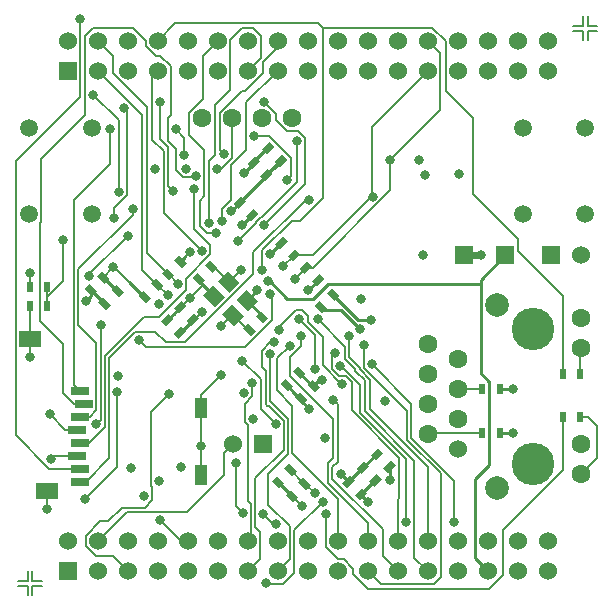
<source format=gbl>
G04 #@! TF.FileFunction,Copper,L4,Bot,Signal*
%FSLAX46Y46*%
G04 Gerber Fmt 4.6, Leading zero omitted, Abs format (unit mm)*
G04 Created by KiCad (PCBNEW 4.0.7) date 01/23/18 17:02:15*
%MOMM*%
%LPD*%
G01*
G04 APERTURE LIST*
%ADD10C,0.100000*%
%ADD11C,0.203200*%
%ADD12C,1.524000*%
%ADD13C,1.600000*%
%ADD14C,3.600000*%
%ADD15C,2.000000*%
%ADD16C,1.500000*%
%ADD17R,1.524000X1.524000*%
%ADD18R,0.600000X0.900000*%
%ADD19R,1.900000X1.400000*%
%ADD20R,1.500000X0.800000*%
%ADD21R,1.100000X1.800000*%
%ADD22R,1.500000X1.500000*%
%ADD23C,0.812800*%
%ADD24C,0.177800*%
%ADD25C,0.254000*%
%ADD26C,0.304800*%
%ADD27C,0.609600*%
G04 APERTURE END LIST*
D10*
D11*
X1296800Y1296800D02*
X484000Y1296800D01*
X1296800Y1296800D02*
X1296800Y484000D01*
X1703200Y1703200D02*
X1703200Y2516000D01*
X1703200Y1703200D02*
X2516000Y1703200D01*
X1703200Y1296800D02*
X1703200Y484000D01*
X1703200Y1296800D02*
X2516000Y1296800D01*
X1296800Y1703200D02*
X484000Y1703200D01*
X1296800Y1703200D02*
X1296800Y2516000D01*
X48296800Y48296800D02*
X47484000Y48296800D01*
X48296800Y48296800D02*
X48296800Y47484000D01*
X48703200Y48703200D02*
X48703200Y49516000D01*
X48703200Y48703200D02*
X49516000Y48703200D01*
X48703200Y48296800D02*
X48703200Y47484000D01*
X48703200Y48296800D02*
X49516000Y48296800D01*
X48296800Y48703200D02*
X47484000Y48703200D01*
X48296800Y48703200D02*
X48296800Y49516000D01*
D10*
G36*
X16724264Y28860660D02*
X17360660Y28224264D01*
X16936396Y27800000D01*
X16300000Y28436396D01*
X16724264Y28860660D01*
X16724264Y28860660D01*
G37*
G36*
X15663604Y27800000D02*
X16300000Y27163604D01*
X15875736Y26739340D01*
X15239340Y27375736D01*
X15663604Y27800000D01*
X15663604Y27800000D01*
G37*
G36*
X20175736Y22439340D02*
X19539340Y23075736D01*
X19963604Y23500000D01*
X20600000Y22863604D01*
X20175736Y22439340D01*
X20175736Y22439340D01*
G37*
G36*
X21236396Y23500000D02*
X20600000Y24136396D01*
X21024264Y24560660D01*
X21660660Y23924264D01*
X21236396Y23500000D01*
X21236396Y23500000D01*
G37*
D12*
X37700000Y12900000D03*
D13*
X35160000Y14170000D03*
X37700000Y15440000D03*
X35160000Y16710000D03*
X37700000Y17980000D03*
X35160000Y19250000D03*
X37700000Y20520000D03*
X35160000Y21790000D03*
X48110000Y10720000D03*
X48110000Y13260000D03*
X48110000Y21430000D03*
X48110000Y23970000D03*
D14*
X44050000Y11630000D03*
X44050000Y23060000D03*
D15*
X41000000Y9600000D03*
X41000000Y25090000D03*
D16*
X43200000Y32750000D03*
X43200000Y40050000D03*
X48500000Y32750000D03*
X48500000Y40050000D03*
X6700000Y40050000D03*
X6700000Y32750000D03*
X1400000Y40050000D03*
X1400000Y32750000D03*
D10*
G36*
X17384014Y27071842D02*
X18228158Y27915986D01*
X19215986Y26928158D01*
X18371842Y26084014D01*
X17384014Y27071842D01*
X17384014Y27071842D01*
G37*
G36*
X18946579Y25509277D02*
X19790723Y26353421D01*
X20778551Y25365593D01*
X19934407Y24521449D01*
X18946579Y25509277D01*
X18946579Y25509277D01*
G37*
G36*
X17743224Y24305923D02*
X18587368Y25150067D01*
X19575196Y24162239D01*
X18731052Y23318095D01*
X17743224Y24305923D01*
X17743224Y24305923D01*
G37*
G36*
X16180660Y25868488D02*
X17024804Y26712632D01*
X18012632Y25724804D01*
X17168488Y24880660D01*
X16180660Y25868488D01*
X16180660Y25868488D01*
G37*
D12*
X4700000Y5040000D03*
D17*
X4700000Y2500000D03*
D12*
X7240000Y5040000D03*
X7240000Y2500000D03*
X9780000Y5040000D03*
X9780000Y2500000D03*
X12320000Y5040000D03*
X12320000Y2500000D03*
X14860000Y5040000D03*
X14860000Y2500000D03*
X17400000Y5040000D03*
X17400000Y2500000D03*
X19940000Y5040000D03*
X19940000Y2500000D03*
X22480000Y5040000D03*
X22480000Y2500000D03*
X25020000Y5040000D03*
X25020000Y2500000D03*
X27560000Y5040000D03*
X27560000Y2500000D03*
X30100000Y5040000D03*
X30100000Y2500000D03*
X32640000Y5040000D03*
X32640000Y2500000D03*
X35180000Y5040000D03*
X35180000Y2500000D03*
X37720000Y5040000D03*
X37720000Y2500000D03*
X40260000Y5040000D03*
X40260000Y2500000D03*
X42800000Y5040000D03*
X42800000Y2500000D03*
X45340000Y5040000D03*
X45340000Y2500000D03*
X4700000Y47440000D03*
D17*
X4700000Y44900000D03*
D12*
X7240000Y47440000D03*
X7240000Y44900000D03*
X9780000Y47440000D03*
X9780000Y44900000D03*
X12320000Y47440000D03*
X12320000Y44900000D03*
X14860000Y47440000D03*
X14860000Y44900000D03*
X17400000Y47440000D03*
X17400000Y44900000D03*
X19940000Y47440000D03*
X19940000Y44900000D03*
X22480000Y47440000D03*
X22480000Y44900000D03*
X25020000Y47440000D03*
X25020000Y44900000D03*
X27560000Y47440000D03*
X27560000Y44900000D03*
X30100000Y47440000D03*
X30100000Y44900000D03*
X32640000Y47440000D03*
X32640000Y44900000D03*
X35180000Y47440000D03*
X35180000Y44900000D03*
X37720000Y47440000D03*
X37720000Y44900000D03*
X40260000Y47440000D03*
X40260000Y44900000D03*
X42800000Y47440000D03*
X42800000Y44900000D03*
X45340000Y47440000D03*
X45340000Y44900000D03*
D18*
X39750000Y14200000D03*
X41250000Y14200000D03*
D10*
G36*
X24624264Y10460660D02*
X25260660Y9824264D01*
X24836396Y9400000D01*
X24200000Y10036396D01*
X24624264Y10460660D01*
X24624264Y10460660D01*
G37*
G36*
X23563604Y9400000D02*
X24200000Y8763604D01*
X23775736Y8339340D01*
X23139340Y8975736D01*
X23563604Y9400000D01*
X23563604Y9400000D01*
G37*
G36*
X23424264Y11660660D02*
X24060660Y11024264D01*
X23636396Y10600000D01*
X23000000Y11236396D01*
X23424264Y11660660D01*
X23424264Y11660660D01*
G37*
G36*
X22363604Y10600000D02*
X23000000Y9963604D01*
X22575736Y9539340D01*
X21939340Y10175736D01*
X22363604Y10600000D01*
X22363604Y10600000D01*
G37*
D18*
X39750000Y17950000D03*
X41250000Y17950000D03*
D10*
G36*
X29139340Y11174264D02*
X29775736Y11810660D01*
X30200000Y11386396D01*
X29563604Y10750000D01*
X29139340Y11174264D01*
X29139340Y11174264D01*
G37*
G36*
X30200000Y10113604D02*
X30836396Y10750000D01*
X31260660Y10325736D01*
X30624264Y9689340D01*
X30200000Y10113604D01*
X30200000Y10113604D01*
G37*
G36*
X27939340Y10024264D02*
X28575736Y10660660D01*
X29000000Y10236396D01*
X28363604Y9600000D01*
X27939340Y10024264D01*
X27939340Y10024264D01*
G37*
G36*
X29000000Y8963604D02*
X29636396Y9600000D01*
X30060660Y9175736D01*
X29424264Y8539340D01*
X29000000Y8963604D01*
X29000000Y8963604D01*
G37*
G36*
X14710660Y22825736D02*
X14074264Y22189340D01*
X13650000Y22613604D01*
X14286396Y23250000D01*
X14710660Y22825736D01*
X14710660Y22825736D01*
G37*
G36*
X13650000Y23886396D02*
X13013604Y23250000D01*
X12589340Y23674264D01*
X13225736Y24310660D01*
X13650000Y23886396D01*
X13650000Y23886396D01*
G37*
G36*
X19939340Y37024264D02*
X20575736Y37660660D01*
X21000000Y37236396D01*
X20363604Y36600000D01*
X19939340Y37024264D01*
X19939340Y37024264D01*
G37*
G36*
X21000000Y35963604D02*
X21636396Y36600000D01*
X22060660Y36175736D01*
X21424264Y35539340D01*
X21000000Y35963604D01*
X21000000Y35963604D01*
G37*
G36*
X7574264Y27910660D02*
X8210660Y27274264D01*
X7786396Y26850000D01*
X7150000Y27486396D01*
X7574264Y27910660D01*
X7574264Y27910660D01*
G37*
G36*
X6513604Y26850000D02*
X7150000Y26213604D01*
X6725736Y25789340D01*
X6089340Y26425736D01*
X6513604Y26850000D01*
X6513604Y26850000D01*
G37*
G36*
X24525736Y16589340D02*
X23889340Y17225736D01*
X24313604Y17650000D01*
X24950000Y17013604D01*
X24525736Y16589340D01*
X24525736Y16589340D01*
G37*
G36*
X25586396Y17650000D02*
X24950000Y18286396D01*
X25374264Y18710660D01*
X26010660Y18074264D01*
X25586396Y17650000D01*
X25586396Y17650000D01*
G37*
G36*
X15810660Y23925736D02*
X15174264Y23289340D01*
X14750000Y23713604D01*
X15386396Y24350000D01*
X15810660Y23925736D01*
X15810660Y23925736D01*
G37*
G36*
X14750000Y24986396D02*
X14113604Y24350000D01*
X13689340Y24774264D01*
X14325736Y25410660D01*
X14750000Y24986396D01*
X14750000Y24986396D01*
G37*
G36*
X21139340Y38224264D02*
X21775736Y38860660D01*
X22200000Y38436396D01*
X21563604Y37800000D01*
X21139340Y38224264D01*
X21139340Y38224264D01*
G37*
G36*
X22200000Y37163604D02*
X22836396Y37800000D01*
X23260660Y37375736D01*
X22624264Y36739340D01*
X22200000Y37163604D01*
X22200000Y37163604D01*
G37*
G36*
X8774264Y26760660D02*
X9410660Y26124264D01*
X8986396Y25700000D01*
X8350000Y26336396D01*
X8774264Y26760660D01*
X8774264Y26760660D01*
G37*
G36*
X7713604Y25700000D02*
X8350000Y25063604D01*
X7925736Y24639340D01*
X7289340Y25275736D01*
X7713604Y25700000D01*
X7713604Y25700000D01*
G37*
G36*
X23325736Y17739340D02*
X22689340Y18375736D01*
X23113604Y18800000D01*
X23750000Y18163604D01*
X23325736Y17739340D01*
X23325736Y17739340D01*
G37*
G36*
X24386396Y18800000D02*
X23750000Y19436396D01*
X24174264Y19860660D01*
X24810660Y19224264D01*
X24386396Y18800000D01*
X24386396Y18800000D01*
G37*
G36*
X26175736Y24339340D02*
X25539340Y24975736D01*
X25963604Y25400000D01*
X26600000Y24763604D01*
X26175736Y24339340D01*
X26175736Y24339340D01*
G37*
G36*
X27236396Y25400000D02*
X26600000Y26036396D01*
X27024264Y26460660D01*
X27660660Y25824264D01*
X27236396Y25400000D01*
X27236396Y25400000D01*
G37*
G36*
X20860660Y32775736D02*
X20224264Y32139340D01*
X19800000Y32563604D01*
X20436396Y33200000D01*
X20860660Y32775736D01*
X20860660Y32775736D01*
G37*
G36*
X19800000Y33836396D02*
X19163604Y33200000D01*
X18739340Y33624264D01*
X19375736Y34260660D01*
X19800000Y33836396D01*
X19800000Y33836396D01*
G37*
G36*
X32460660Y11475736D02*
X31824264Y10839340D01*
X31400000Y11263604D01*
X32036396Y11900000D01*
X32460660Y11475736D01*
X32460660Y11475736D01*
G37*
G36*
X31400000Y12536396D02*
X30763604Y11900000D01*
X30339340Y12324264D01*
X30975736Y12960660D01*
X31400000Y12536396D01*
X31400000Y12536396D01*
G37*
D12*
X18660000Y13250000D03*
D17*
X21200000Y13250000D03*
D12*
X48140000Y29300000D03*
D17*
X45600000Y29300000D03*
D18*
X46600000Y15600000D03*
X48100000Y15600000D03*
X46600000Y19200000D03*
X48100000Y19200000D03*
D13*
X23700000Y40850000D03*
X21160000Y40850000D03*
X18620000Y40850000D03*
X16080000Y40850000D03*
D19*
X2900000Y9300000D03*
X1500000Y22200000D03*
D20*
X5700000Y10100000D03*
X5700000Y11200000D03*
X5500000Y12300000D03*
X5700000Y13400000D03*
X5500000Y14500000D03*
X5700000Y15600000D03*
X6100000Y16700000D03*
X5700000Y17800000D03*
D21*
X16000000Y10650000D03*
X16000000Y16350000D03*
D18*
X2950000Y24950000D03*
X1450000Y24950000D03*
D10*
G36*
X12124264Y27310660D02*
X12760660Y26674264D01*
X12336396Y26250000D01*
X11700000Y26886396D01*
X12124264Y27310660D01*
X12124264Y27310660D01*
G37*
G36*
X11063604Y26250000D02*
X11700000Y25613604D01*
X11275736Y25189340D01*
X10639340Y25825736D01*
X11063604Y26250000D01*
X11063604Y26250000D01*
G37*
G36*
X13275736Y27139340D02*
X12639340Y27775736D01*
X13063604Y28200000D01*
X13700000Y27563604D01*
X13275736Y27139340D01*
X13275736Y27139340D01*
G37*
G36*
X14336396Y28200000D02*
X13700000Y28836396D01*
X14124264Y29260660D01*
X14760660Y28624264D01*
X14336396Y28200000D01*
X14336396Y28200000D01*
G37*
G36*
X24360660Y29375736D02*
X23724264Y28739340D01*
X23300000Y29163604D01*
X23936396Y29800000D01*
X24360660Y29375736D01*
X24360660Y29375736D01*
G37*
G36*
X23300000Y30436396D02*
X22663604Y29800000D01*
X22239340Y30224264D01*
X22875736Y30860660D01*
X23300000Y30436396D01*
X23300000Y30436396D01*
G37*
G36*
X24339340Y28124264D02*
X24975736Y28760660D01*
X25400000Y28336396D01*
X24763604Y27700000D01*
X24339340Y28124264D01*
X24339340Y28124264D01*
G37*
G36*
X25400000Y27063604D02*
X26036396Y27700000D01*
X26460660Y27275736D01*
X25824264Y26639340D01*
X25400000Y27063604D01*
X25400000Y27063604D01*
G37*
D18*
X1450000Y26600000D03*
X2950000Y26600000D03*
D22*
X38250000Y29300000D03*
X41750000Y29300000D03*
D23*
X2900000Y7750000D03*
X3250000Y12050000D03*
X1450000Y20650000D03*
X12450000Y25100000D03*
X15050000Y25650000D03*
X16000000Y13150000D03*
X17700000Y19150000D03*
X10050000Y11250000D03*
X24550000Y8000000D03*
X26500000Y13800000D03*
X42350000Y17950000D03*
X42350000Y14200000D03*
X34950000Y36100000D03*
X8950000Y19050000D03*
X30400000Y23800000D03*
X18500000Y33000000D03*
X14700000Y36600000D03*
X34800000Y29300000D03*
X20714300Y26289100D03*
X31563200Y16947400D03*
X26232300Y18720700D03*
X30147000Y8361000D03*
X6250700Y25415400D03*
X20348200Y15416200D03*
X19350000Y28050000D03*
X17650000Y23250000D03*
X23291400Y35651400D03*
X20475100Y39390300D03*
X21312000Y31826600D03*
X21262200Y42257200D03*
X12535000Y42257200D03*
X13636300Y34707500D03*
X25104800Y33913300D03*
X5729100Y49293300D03*
X15364200Y34838200D03*
X10179600Y33178700D03*
X15572300Y35996500D03*
X8273300Y39917100D03*
X13843200Y39917100D03*
X14563800Y37785300D03*
X17316600Y36542100D03*
X7120000Y14963400D03*
X7473100Y23339300D03*
X6158400Y8661600D03*
X8864300Y17655200D03*
X13258900Y17497000D03*
X12493000Y6862700D03*
X20300000Y18471600D03*
X19529600Y7482200D03*
X18941000Y11643400D03*
X22145300Y21910300D03*
X6509200Y27549200D03*
X9756300Y30933300D03*
X21803200Y20919200D03*
X23469600Y21622200D03*
X37432600Y6686600D03*
X30421400Y20028600D03*
X24449300Y22433500D03*
X33348800Y6712600D03*
X27765300Y19919400D03*
X29748000Y21704100D03*
X25834400Y23836900D03*
X27182800Y16991400D03*
X28492300Y22403900D03*
X14050000Y26850000D03*
X13150000Y25900000D03*
X21162600Y28026900D03*
X21840600Y26016800D03*
X10715500Y22082800D03*
X16062000Y29594800D03*
X9425900Y41760200D03*
X8643600Y32443100D03*
X17206400Y31161000D03*
X24061000Y38913800D03*
X19066800Y30441600D03*
X6838600Y42866500D03*
X9012300Y34645000D03*
X16609800Y31970500D03*
X17950600Y37812200D03*
X17726500Y32158200D03*
X23900000Y27300000D03*
X32004400Y37363200D03*
X22950000Y28350000D03*
X30490500Y34198300D03*
X25620500Y19603800D03*
X24250100Y23899800D03*
X22298500Y14975500D03*
X19458900Y20320600D03*
X22582800Y22960500D03*
X27927300Y18380700D03*
X21242700Y7325300D03*
X22351200Y6529100D03*
X21624500Y27046600D03*
X29400000Y23000000D03*
X19400000Y31800000D03*
X25600000Y9100000D03*
X27800000Y10750000D03*
X1450000Y27750000D03*
X3150000Y15800000D03*
X15050000Y29550000D03*
X8550000Y28250000D03*
X16050000Y24500000D03*
X14250000Y11350000D03*
X11150000Y8850000D03*
X12450000Y10150000D03*
X37800000Y36150000D03*
X21850000Y29400000D03*
X25050000Y26300000D03*
X29500000Y25600000D03*
X19600000Y36200000D03*
X12100000Y36600000D03*
X39700000Y29300000D03*
X25119200Y16282900D03*
X19587000Y17573300D03*
X34430500Y37375700D03*
X31930300Y10226500D03*
X26531000Y7401900D03*
X21461400Y1542100D03*
X26300000Y8396300D03*
X4306000Y30550000D03*
X27357100Y21030700D03*
D24*
X1450000Y22250000D02*
X1500000Y22200000D01*
X1450000Y24950000D02*
X1450000Y22250000D01*
X2900000Y9300000D02*
X2900000Y7750000D01*
X3500000Y12300000D02*
X3250000Y12050000D01*
X5500000Y12300000D02*
X3500000Y12300000D01*
X1500000Y20700000D02*
X1500000Y22200000D01*
X1450000Y20650000D02*
X1500000Y20700000D01*
X14280300Y24880000D02*
X14219700Y24880000D01*
X15050000Y25650000D02*
X14280300Y24880000D01*
X16000000Y17450000D02*
X16000000Y16350000D01*
X17700000Y19150000D02*
X16000000Y17450000D01*
X23680300Y8870000D02*
X24550000Y8000000D01*
X23669700Y8870000D02*
X23680300Y8870000D01*
D25*
X41250000Y17950000D02*
X42350000Y17950000D01*
X41250000Y14200000D02*
X42350000Y14200000D01*
X19269700Y33730000D02*
X19269700Y33730300D01*
X19230300Y33730000D02*
X19269700Y33730000D01*
X18500000Y33000000D02*
X19230300Y33730000D01*
X19269700Y33809000D02*
X21530300Y36070000D01*
X19269700Y33730300D02*
X19269700Y33809000D01*
X21130300Y24030000D02*
X21130300Y24030300D01*
X15769700Y27270000D02*
X15769700Y27269700D01*
D24*
X16000000Y16350000D02*
X16000000Y13150000D01*
X16000000Y13150000D02*
X16000000Y10650000D01*
D25*
X15769700Y27124000D02*
X16146300Y26746700D01*
X15769700Y27269700D02*
X15769700Y27124000D01*
D24*
X15050000Y25650000D02*
X16146300Y26746700D01*
X16150000Y26750000D02*
X16150000Y26743000D01*
X16146600Y26747000D02*
X16150000Y26750000D01*
X16146300Y26746700D02*
X16146600Y26747000D01*
D25*
X16146300Y26746700D02*
X16150000Y26743000D01*
X19871300Y25428700D02*
X19871300Y25428300D01*
X19862600Y25437400D02*
X19871300Y25428700D01*
X21130300Y24170000D02*
X19871300Y25428300D01*
X21130300Y24030300D02*
X21130300Y24170000D01*
X19871300Y25428300D02*
X19862600Y25437000D01*
X6619700Y26319700D02*
X6619700Y26320000D01*
X25480300Y18180300D02*
X25480300Y18180000D01*
X30730300Y10219700D02*
X30730300Y10220000D01*
X16150000Y26743000D02*
X16623300Y26270000D01*
X16623300Y26270000D02*
X17096600Y25797000D01*
X17096600Y25796700D02*
X17096600Y25796600D01*
X16623300Y26270000D02*
X17096600Y25796700D01*
X20714300Y26289100D02*
X19862600Y25437400D01*
X27130300Y25930000D02*
X27130600Y25930000D01*
X29300000Y23800000D02*
X30400000Y23800000D01*
X27169700Y25930000D02*
X29300000Y23800000D01*
X27130600Y25930000D02*
X27169700Y25930000D01*
X27130600Y25930000D02*
X27130300Y25930300D01*
X24280300Y19330000D02*
X24280300Y19330300D01*
X6669700Y26320000D02*
X7819700Y25170000D01*
X6619700Y26320000D02*
X6669700Y26320000D01*
X7819700Y25170000D02*
X7819700Y25169700D01*
D26*
X22730300Y37270000D02*
X22130300Y36670000D01*
D25*
X22130600Y36670000D02*
X22730300Y37269700D01*
X22130300Y36670000D02*
X22130600Y36670000D01*
X14219700Y24880000D02*
X14219700Y24880300D01*
X25971000Y18720700D02*
X25430300Y18180000D01*
X26232300Y18720700D02*
X25971000Y18720700D01*
X25480300Y18180000D02*
X25430300Y18180000D01*
X25430300Y18180000D02*
X24280300Y19330000D01*
D26*
X22130300Y36670000D02*
X21530300Y36070000D01*
D25*
X21530300Y36070000D02*
X21530300Y36069700D01*
X14219700Y24880000D02*
X13669700Y24330000D01*
X13669700Y24330000D02*
X13119700Y23780000D01*
X13669400Y24330000D02*
X13119700Y23780300D01*
X13669700Y24330000D02*
X13669400Y24330000D01*
X30680300Y10220000D02*
X29530300Y9070000D01*
X30730300Y10220000D02*
X30680300Y10220000D01*
X29530300Y9070000D02*
X29530300Y9069700D01*
X22469700Y10070000D02*
X23069700Y9470000D01*
X23069400Y9470000D02*
X22469700Y10069700D01*
X23069700Y9470000D02*
X23069400Y9470000D01*
X23069700Y9470000D02*
X23669700Y8870000D01*
X23669700Y8870000D02*
X23669700Y8869700D01*
X6619700Y25784400D02*
X6619700Y26319700D01*
X6250700Y25415400D02*
X6619700Y25784400D01*
X29530300Y8977700D02*
X30147000Y8361000D01*
X29530300Y9069700D02*
X29530300Y8977700D01*
D24*
X19350000Y28050000D02*
X18300000Y27000000D01*
X16830300Y28330000D02*
X16830600Y28330000D01*
X16969700Y28330000D02*
X18300000Y27000000D01*
X16830600Y28330000D02*
X16969700Y28330000D01*
X16830600Y28330000D02*
X16830300Y28330300D01*
X18634100Y24234000D02*
X17650000Y23250000D01*
X18659200Y24234000D02*
X18634100Y24234000D01*
X19291400Y23602000D02*
X18659200Y24234000D01*
X19291300Y23602000D02*
X18659200Y24234100D01*
X19291400Y23602000D02*
X19291300Y23602000D01*
X20069700Y22970000D02*
X20069400Y22970000D01*
X19923600Y22970000D02*
X19291400Y23602000D01*
X20069400Y22970000D02*
X19923600Y22970000D01*
X20069400Y22970000D02*
X20069700Y22969700D01*
X23580200Y35940200D02*
X23291400Y35651400D01*
X23580200Y37510200D02*
X23580200Y35940200D01*
X21700100Y39390300D02*
X23580200Y37510200D01*
X20475100Y39390300D02*
X21700100Y39390300D01*
X22304100Y41215300D02*
X21262200Y42257200D01*
X22304100Y40728200D02*
X22304100Y41215300D01*
X23249400Y39782900D02*
X22304100Y40728200D01*
X24144900Y39782900D02*
X23249400Y39782900D01*
X24768000Y39159800D02*
X24144900Y39782900D01*
X24768000Y35282600D02*
X24768000Y39159800D01*
X21312000Y31826600D02*
X24768000Y35282600D01*
X12535000Y39075200D02*
X12535000Y42257200D01*
X13169800Y38440400D02*
X12535000Y39075200D01*
X13169800Y35174000D02*
X13169800Y38440400D01*
X13636300Y34707500D02*
X13169800Y35174000D01*
X24821700Y33913300D02*
X25104800Y33913300D01*
X20411100Y29502700D02*
X24821700Y33913300D01*
X20411100Y27672900D02*
X20411100Y29502700D01*
X14622200Y21884000D02*
X20411100Y27672900D01*
X13000200Y21884000D02*
X14622200Y21884000D01*
X12098600Y22785600D02*
X13000200Y21884000D01*
X10422700Y22785600D02*
X12098600Y22785600D01*
X8190800Y20553700D02*
X10422700Y22785600D01*
X8190800Y12082200D02*
X8190800Y20553700D01*
X6208600Y10100000D02*
X8190800Y12082200D01*
X5700000Y10100000D02*
X6208600Y10100000D01*
X5729100Y42709500D02*
X5729100Y49293300D01*
X277100Y37257500D02*
X5729100Y42709500D01*
X277100Y14052200D02*
X277100Y37257500D01*
X3129300Y11200000D02*
X277100Y14052200D01*
X5700000Y11200000D02*
X3129300Y11200000D01*
X15364200Y31529900D02*
X15364200Y34838200D01*
X16767000Y30127100D02*
X15364200Y31529900D01*
X16767000Y29337400D02*
X16767000Y30127100D01*
X14723500Y27293900D02*
X16767000Y29337400D01*
X14723500Y26357600D02*
X14723500Y27293900D01*
X12440800Y24074900D02*
X14723500Y26357600D01*
X11168600Y24074900D02*
X12440800Y24074900D01*
X7834900Y20741200D02*
X11168600Y24074900D01*
X7834900Y14725900D02*
X7834900Y20741200D01*
X6509000Y13400000D02*
X7834900Y14725900D01*
X5700000Y13400000D02*
X6509000Y13400000D01*
X10179600Y32675400D02*
X10179600Y33178700D01*
X5568900Y28064700D02*
X10179600Y32675400D01*
X5568900Y23395900D02*
X5568900Y28064700D01*
X7117100Y21847700D02*
X5568900Y23395900D01*
X7117100Y16155900D02*
X7117100Y21847700D01*
X6561200Y15600000D02*
X7117100Y16155900D01*
X5700000Y15600000D02*
X6561200Y15600000D01*
X15448900Y35873100D02*
X15572300Y35996500D01*
X14459100Y35873100D02*
X15448900Y35873100D01*
X13872200Y36460000D02*
X14459100Y35873100D01*
X13872200Y38241500D02*
X13872200Y36460000D01*
X13169700Y38944000D02*
X13872200Y38241500D01*
X13169700Y40874100D02*
X13169700Y38944000D01*
X13400500Y41104900D02*
X13169700Y40874100D01*
X13400500Y45276200D02*
X13400500Y41104900D01*
X12506700Y46170000D02*
X13400500Y45276200D01*
X12131800Y46170000D02*
X12506700Y46170000D01*
X11291000Y47010800D02*
X12131800Y46170000D01*
X11291000Y47393100D02*
X11291000Y47010800D01*
X10176500Y48507600D02*
X11291000Y47393100D01*
X6848600Y48507600D02*
X10176500Y48507600D01*
X6160700Y47819700D02*
X6848600Y48507600D01*
X6160700Y41151900D02*
X6160700Y47819700D01*
X2417100Y37408300D02*
X6160700Y41151900D01*
X2417100Y32097000D02*
X2417100Y37408300D01*
X2357300Y32037200D02*
X2417100Y32097000D01*
X2357300Y23722800D02*
X2357300Y32037200D01*
X4305800Y21774300D02*
X2357300Y23722800D01*
X4305800Y17623000D02*
X4305800Y21774300D01*
X5228800Y16700000D02*
X4305800Y17623000D01*
X6100000Y16700000D02*
X5228800Y16700000D01*
X8273300Y36994500D02*
X8273300Y39917100D01*
X5212900Y33934100D02*
X8273300Y36994500D01*
X5212900Y18287100D02*
X5212900Y33934100D01*
X5700000Y17800000D02*
X5212900Y18287100D01*
X14563800Y39196500D02*
X13843200Y39917100D01*
X14563800Y37785300D02*
X14563800Y39196500D01*
X18624000Y40846000D02*
X18620000Y40850000D01*
X18624000Y37533200D02*
X18624000Y40846000D01*
X17632900Y36542100D02*
X18624000Y37533200D01*
X17316600Y36542100D02*
X17632900Y36542100D01*
X9736100Y7536100D02*
X7240000Y5040000D01*
X14743600Y7536100D02*
X9736100Y7536100D01*
X17911700Y10704200D02*
X14743600Y7536100D01*
X17911700Y12501700D02*
X17911700Y10704200D01*
X18660000Y13250000D02*
X17911700Y12501700D01*
X7473100Y15316500D02*
X7473100Y23339300D01*
X7120000Y14963400D02*
X7473100Y15316500D01*
X8864300Y11367500D02*
X8864300Y17655200D01*
X6158400Y8661600D02*
X8864300Y11367500D01*
X11770900Y16009000D02*
X13258900Y17497000D01*
X11770900Y9739800D02*
X11770900Y16009000D01*
X11850700Y9660000D02*
X11770900Y9739800D01*
X11850700Y8533700D02*
X11850700Y9660000D01*
X11209100Y7892100D02*
X11850700Y8533700D01*
X9275600Y7892100D02*
X11209100Y7892100D01*
X8117800Y6734300D02*
X9275600Y7892100D01*
X7434800Y6734300D02*
X8117800Y6734300D01*
X6205300Y5504800D02*
X7434800Y6734300D01*
X6205300Y4617000D02*
X6205300Y5504800D01*
X7052300Y3770000D02*
X6205300Y4617000D01*
X8510000Y3770000D02*
X7052300Y3770000D01*
X9780000Y2500000D02*
X8510000Y3770000D01*
X14315700Y5040000D02*
X12493000Y6862700D01*
X14860000Y5040000D02*
X14315700Y5040000D01*
X20300000Y17333900D02*
X20300000Y18471600D01*
X19674800Y16708700D02*
X20300000Y17333900D01*
X19674800Y15137300D02*
X19674800Y16708700D01*
X19940000Y14872100D02*
X19674800Y15137300D01*
X19940000Y8480700D02*
X19940000Y14872100D01*
X20203000Y8217700D02*
X19940000Y8480700D01*
X20203000Y5303000D02*
X20203000Y8217700D01*
X19940000Y5040000D02*
X20203000Y5303000D01*
X18941000Y8070800D02*
X19529600Y7482200D01*
X18941000Y11643400D02*
X18941000Y8070800D01*
X21816000Y21910300D02*
X22145300Y21910300D01*
X21098800Y21193100D02*
X21816000Y21910300D01*
X21098800Y19778700D02*
X21098800Y21193100D01*
X21447200Y19430300D02*
X21098800Y19778700D01*
X21447200Y16653300D02*
X21447200Y19430300D01*
X21572900Y16527600D02*
X21447200Y16653300D01*
X21698800Y16527600D02*
X21572900Y16527600D01*
X22971900Y15254500D02*
X21698800Y16527600D01*
X22971900Y12803700D02*
X22971900Y15254500D01*
X20559000Y10390800D02*
X22971900Y12803700D01*
X20559000Y6288400D02*
X20559000Y10390800D01*
X20978600Y5868800D02*
X20559000Y6288400D01*
X20978600Y3538600D02*
X20978600Y5868800D01*
X19940000Y2500000D02*
X20978600Y3538600D01*
X6509200Y27686200D02*
X6509200Y27549200D01*
X9756300Y30933300D02*
X6509200Y27686200D01*
X23515400Y3535400D02*
X22480000Y2500000D01*
X23515400Y6317300D02*
X23515400Y3535400D01*
X21668800Y8163900D02*
X23515400Y6317300D01*
X21668800Y10745700D02*
X21668800Y8163900D01*
X23327800Y12404700D02*
X21668800Y10745700D01*
X23327800Y15401900D02*
X23327800Y12404700D01*
X21803300Y16926400D02*
X23327800Y15401900D01*
X21803200Y16926400D02*
X21803300Y16926400D01*
X21803200Y20919200D02*
X21803200Y16926400D01*
X22386300Y20538900D02*
X23469600Y21622200D01*
X22386300Y17828400D02*
X22386300Y20538900D01*
X23683700Y16531000D02*
X22386300Y17828400D01*
X23683700Y12489400D02*
X23683700Y16531000D01*
X27560000Y8613100D02*
X23683700Y12489400D01*
X27560000Y5040000D02*
X27560000Y8613100D01*
X33786700Y16663300D02*
X30421400Y20028600D01*
X33786700Y13773400D02*
X33786700Y16663300D01*
X37432600Y10127500D02*
X33786700Y13773400D01*
X37432600Y6686600D02*
X37432600Y10127500D01*
X24449300Y21621500D02*
X24449300Y22433500D01*
X23469600Y20641800D02*
X24449300Y21621500D01*
X23469600Y19080400D02*
X23469600Y20641800D01*
X27182800Y15367200D02*
X23469600Y19080400D01*
X27182800Y12113900D02*
X27182800Y15367200D01*
X26720000Y11651100D02*
X27182800Y12113900D01*
X26720000Y9960000D02*
X26720000Y11651100D01*
X30100000Y6580000D02*
X26720000Y9960000D01*
X30100000Y5040000D02*
X30100000Y6580000D01*
X27844300Y19919400D02*
X27765300Y19919400D01*
X29464000Y18299700D02*
X27844300Y19919400D01*
X29464000Y15937600D02*
X29464000Y18299700D01*
X33348800Y12052800D02*
X29464000Y15937600D01*
X33348800Y6712600D02*
X33348800Y12052800D01*
X29748000Y19749700D02*
X29748000Y21704100D01*
X33430800Y16066900D02*
X29748000Y19749700D01*
X33430800Y13626000D02*
X33430800Y16066900D01*
X36260200Y10796600D02*
X33430800Y13626000D01*
X36260200Y2011200D02*
X36260200Y10796600D01*
X35668900Y1419900D02*
X36260200Y2011200D01*
X31180100Y1419900D02*
X35668900Y1419900D01*
X30100000Y2500000D02*
X31180100Y1419900D01*
X28136400Y21534900D02*
X25834400Y23836900D01*
X28136400Y20500700D02*
X28136400Y21534900D01*
X29036200Y19600900D02*
X28136400Y20500700D01*
X29036200Y19454900D02*
X29036200Y19600900D01*
X29819900Y18671200D02*
X29036200Y19454900D01*
X29819900Y16085000D02*
X29819900Y18671200D01*
X34022200Y11882700D02*
X29819900Y16085000D01*
X34022200Y3657800D02*
X34022200Y11882700D01*
X35180000Y2500000D02*
X34022200Y3657800D01*
X27538700Y16635500D02*
X27182800Y16991400D01*
X27538700Y11788700D02*
X27538700Y16635500D01*
X27076000Y11326000D02*
X27538700Y11788700D01*
X27076000Y10358800D02*
X27076000Y11326000D01*
X31370000Y6064800D02*
X27076000Y10358800D01*
X31370000Y3770000D02*
X31370000Y6064800D01*
X32640000Y2500000D02*
X31370000Y3770000D01*
X28492300Y20648100D02*
X28492300Y22403900D01*
X29392100Y19748300D02*
X28492300Y20648100D01*
X29392100Y19602300D02*
X29392100Y19748300D01*
X30306300Y18688100D02*
X29392100Y19602300D01*
X30306300Y16247200D02*
X30306300Y18688100D01*
X35180000Y11373500D02*
X30306300Y16247200D01*
X35180000Y5040000D02*
X35180000Y11373500D01*
X13170000Y27670000D02*
X13169700Y27670000D01*
X13230300Y27670000D02*
X13170000Y27670000D01*
X14050000Y26850000D02*
X13230300Y27670000D01*
X13170000Y27670000D02*
X13169700Y27669700D01*
X8510000Y46170000D02*
X7240000Y47440000D01*
X8510000Y44675200D02*
X8510000Y46170000D01*
X11359700Y41825500D02*
X8510000Y44675200D01*
X11359700Y29480000D02*
X11359700Y41825500D01*
X13169700Y27670000D02*
X11359700Y29480000D01*
X12269700Y26780000D02*
X12250000Y26780000D01*
X13150000Y25900000D02*
X12269700Y26780000D01*
X12250000Y26780000D02*
X12230300Y26780000D01*
X12249800Y26780300D02*
X12230300Y26780300D01*
X12249800Y26780200D02*
X12249800Y26780300D01*
X12250000Y26780000D02*
X12249800Y26780200D01*
X10961200Y41178800D02*
X7240000Y44900000D01*
X10961200Y28049400D02*
X10961200Y41178800D01*
X12230300Y26780300D02*
X10961200Y28049400D01*
X11308500Y21489800D02*
X10715500Y22082800D01*
X19675600Y21489800D02*
X11308500Y21489800D01*
X22001600Y23815800D02*
X19675600Y21489800D01*
X22001600Y25855800D02*
X22001600Y23815800D01*
X21840600Y26016800D02*
X22001600Y25855800D01*
X46600000Y25829100D02*
X46600000Y19200000D01*
X42836300Y29592800D02*
X46600000Y25829100D01*
X42836300Y30617400D02*
X42836300Y29592800D01*
X38980300Y34473400D02*
X42836300Y30617400D01*
X38980300Y40874800D02*
X38980300Y34473400D01*
X36690900Y43164200D02*
X38980300Y40874800D01*
X36690900Y47390800D02*
X36690900Y43164200D01*
X35562100Y48519600D02*
X36690900Y47390800D01*
X26290000Y48519600D02*
X35562100Y48519600D01*
X25913700Y48895900D02*
X26290000Y48519600D01*
X13775900Y48895900D02*
X25913700Y48895900D01*
X12320000Y47440000D02*
X13775900Y48895900D01*
X21162600Y29728300D02*
X21162600Y28026900D01*
X23636200Y32201900D02*
X21162600Y29728300D01*
X24364700Y32201900D02*
X23636200Y32201900D01*
X26290000Y34127200D02*
X24364700Y32201900D01*
X26290000Y48519600D02*
X26290000Y34127200D01*
X12813800Y32843000D02*
X16062000Y29594800D01*
X12813800Y38115300D02*
X12813800Y32843000D01*
X11861600Y39067500D02*
X12813800Y38115300D01*
X11861600Y44441600D02*
X11861600Y39067500D01*
X12320000Y44900000D02*
X11861600Y44441600D01*
X9685700Y41500400D02*
X9425900Y41760200D01*
X9685700Y34350500D02*
X9685700Y41500400D01*
X8643600Y33308400D02*
X9685700Y34350500D01*
X8643600Y32443100D02*
X8643600Y33308400D01*
X16130000Y46170000D02*
X17400000Y47440000D01*
X16130000Y42466800D02*
X16130000Y46170000D01*
X14989600Y41326400D02*
X16130000Y42466800D01*
X14989600Y39464500D02*
X14989600Y41326400D01*
X16245700Y38208400D02*
X14989600Y39464500D01*
X16245700Y34264000D02*
X16245700Y38208400D01*
X15876700Y33895000D02*
X16245700Y34264000D01*
X15876700Y31739800D02*
X15876700Y33895000D01*
X16455500Y31161000D02*
X15876700Y31739800D01*
X17206400Y31161000D02*
X16455500Y31161000D01*
X20638600Y32013400D02*
X19066800Y30441600D01*
X20638600Y32105500D02*
X20638600Y32013400D01*
X21033100Y32500000D02*
X20638600Y32105500D01*
X21125200Y32500000D02*
X21033100Y32500000D01*
X24061000Y35435800D02*
X21125200Y32500000D01*
X24061000Y38913800D02*
X24061000Y35435800D01*
X9012300Y40692800D02*
X9012300Y34645000D01*
X6838600Y42866500D02*
X9012300Y40692800D01*
X21010500Y45970500D02*
X19940000Y44900000D01*
X21010500Y47870800D02*
X21010500Y45970500D01*
X20386300Y48495000D02*
X21010500Y47870800D01*
X19468200Y48495000D02*
X20386300Y48495000D01*
X18440000Y47466800D02*
X19468200Y48495000D01*
X18440000Y43231900D02*
X18440000Y47466800D01*
X17171900Y41963800D02*
X18440000Y43231900D01*
X17171900Y37785100D02*
X17171900Y41963800D01*
X16609800Y37223000D02*
X17171900Y37785100D01*
X16609800Y31970500D02*
X16609800Y37223000D01*
X17552900Y38209900D02*
X17950600Y37812200D01*
X17552900Y41307900D02*
X17552900Y38209900D01*
X19417200Y43172200D02*
X17552900Y41307900D01*
X19670100Y43172200D02*
X19417200Y43172200D01*
X21210000Y44712100D02*
X19670100Y43172200D01*
X21210000Y45666500D02*
X21210000Y44712100D01*
X22480000Y46936500D02*
X21210000Y45666500D01*
X22480000Y47440000D02*
X22480000Y46936500D01*
X19801700Y42221700D02*
X22480000Y44900000D01*
X19801700Y38207600D02*
X19801700Y42221700D01*
X18472200Y36878100D02*
X19801700Y38207600D01*
X18472200Y33963000D02*
X18472200Y36878100D01*
X17726500Y33217300D02*
X18472200Y33963000D01*
X17726500Y32158200D02*
X17726500Y33217300D01*
X24830300Y28230000D02*
X24869400Y28230000D01*
X23900000Y27300000D02*
X24830300Y28230000D01*
X24869400Y28230000D02*
X24869700Y28230000D01*
X24869400Y28230000D02*
X24869700Y28230300D01*
X36211900Y46408100D02*
X35180000Y47440000D01*
X36211900Y41570700D02*
X36211900Y46408100D01*
X32004400Y37363200D02*
X36211900Y41570700D01*
X32004400Y34759800D02*
X32004400Y37363200D01*
X25474900Y28230300D02*
X32004400Y34759800D01*
X24869700Y28230300D02*
X25474900Y28230300D01*
X23830300Y29230000D02*
X23830300Y29269700D01*
X22950000Y28350000D02*
X23830300Y29230000D01*
X23830300Y29269700D02*
X23830300Y29270000D01*
X30416800Y40136800D02*
X35180000Y44900000D01*
X30416800Y34272000D02*
X30416800Y40136800D01*
X25414800Y29270000D02*
X30416800Y34272000D01*
X23830300Y29270000D02*
X25414800Y29270000D01*
X30416800Y34272000D02*
X30490500Y34198300D01*
X25620500Y22529400D02*
X25620500Y19603800D01*
X24250100Y23899800D02*
X25620500Y22529400D01*
X21010000Y18769500D02*
X19458900Y20320600D01*
X21010000Y16264000D02*
X21010000Y18769500D01*
X22298500Y14975500D02*
X21010000Y16264000D01*
X22582800Y23195700D02*
X22582800Y22960500D01*
X24006300Y24619200D02*
X22582800Y23195700D01*
X24510300Y24619200D02*
X24006300Y24619200D01*
X25015800Y24113700D02*
X24510300Y24619200D01*
X25015800Y23637700D02*
X25015800Y24113700D01*
X26294000Y22359500D02*
X25015800Y23637700D01*
X26294000Y19934900D02*
X26294000Y22359500D01*
X27848200Y18380700D02*
X26294000Y19934900D01*
X27927300Y18380700D02*
X27848200Y18380700D01*
X22038900Y6529100D02*
X21242700Y7325300D01*
X22351200Y6529100D02*
X22038900Y6529100D01*
X49500000Y12110000D02*
X48110000Y10720000D01*
X49500000Y14800000D02*
X49500000Y12110000D01*
X48700000Y15600000D02*
X49500000Y14800000D01*
X48100000Y15600000D02*
X48700000Y15600000D01*
X48100000Y21420000D02*
X48110000Y21430000D01*
X48100000Y19200000D02*
X48100000Y21420000D01*
D25*
X39641900Y19275500D02*
X39641900Y26831700D01*
X40355200Y18562200D02*
X39641900Y19275500D01*
X40355200Y11535000D02*
X40355200Y18562200D01*
X39148700Y10328500D02*
X40355200Y11535000D01*
X39148700Y3611300D02*
X39148700Y10328500D01*
X40260000Y2500000D02*
X39148700Y3611300D01*
X39641900Y27191900D02*
X41750000Y29300000D01*
X39641900Y26831700D02*
X39641900Y27191900D01*
X21817100Y27046600D02*
X21624500Y27046600D01*
X23275300Y25588400D02*
X21817100Y27046600D01*
X25450300Y25588400D02*
X23275300Y25588400D01*
X26693600Y26831700D02*
X25450300Y25588400D01*
X39641900Y26831700D02*
X26693600Y26831700D01*
X26339300Y24600000D02*
X26204500Y24735000D01*
X27800000Y24600000D02*
X26339300Y24600000D01*
X29400000Y23000000D02*
X27800000Y24600000D01*
X26204500Y24735000D02*
X26069700Y24870000D01*
X26204400Y24735000D02*
X26069700Y24869700D01*
X26204500Y24735000D02*
X26204400Y24735000D01*
X20269700Y32670000D02*
X20330000Y32670000D01*
X19400000Y31800000D02*
X20269700Y32670000D01*
X20330000Y32670000D02*
X20330300Y32670000D01*
X20330000Y32670000D02*
X20330300Y32669700D01*
D24*
X35190000Y14200000D02*
X35160000Y14170000D01*
X39750000Y14200000D02*
X35190000Y14200000D01*
X23530300Y11130000D02*
X23530300Y11130300D01*
X24730300Y9930000D02*
X24730600Y9930000D01*
X23530300Y11130000D02*
X24730300Y9930000D01*
X24769700Y9930000D02*
X25600000Y9100000D01*
X24730600Y9930000D02*
X24769700Y9930000D01*
X24730600Y9930000D02*
X24730300Y9930300D01*
X37730000Y17950000D02*
X37700000Y17980000D01*
X39750000Y17950000D02*
X37730000Y17950000D01*
D25*
X30869700Y12430000D02*
X30869400Y12430000D01*
X30869400Y12430000D02*
X30869700Y12430300D01*
X28419700Y10130000D02*
X27800000Y10750000D01*
X28469400Y10130000D02*
X28419700Y10130000D01*
X28469400Y10130000D02*
X28469700Y10130300D01*
X29669700Y11280000D02*
X29669400Y11280000D01*
X30819700Y12430000D02*
X29669700Y11280000D01*
X30869400Y12430000D02*
X30819700Y12430000D01*
X28469700Y10130000D02*
X28469400Y10130000D01*
X29619700Y11280000D02*
X28469700Y10130000D01*
X29669400Y11280000D02*
X29619700Y11280000D01*
X29669400Y11280000D02*
X29669700Y11280300D01*
D24*
X1450000Y26600000D02*
X1450000Y27750000D01*
X4450000Y14500000D02*
X3150000Y15800000D01*
X5500000Y14500000D02*
X4450000Y14500000D01*
X8550000Y28250000D02*
X7680300Y27380000D01*
D27*
X39700000Y29300000D02*
X38250000Y29300000D01*
D25*
X25930300Y27170000D02*
X25930000Y27170000D01*
X25919700Y27170000D02*
X25050000Y26300000D01*
X25930000Y27170000D02*
X25919700Y27170000D01*
X25930000Y27170000D02*
X25930300Y27169700D01*
X22769700Y30320000D02*
X21850000Y29400000D01*
X22769700Y30330000D02*
X22769700Y30320000D01*
X22769700Y30330000D02*
X22769700Y30330300D01*
D24*
X14230300Y28730000D02*
X14640200Y29140000D01*
D25*
X14640000Y29140000D02*
X14230300Y28730300D01*
X14640200Y29140000D02*
X14640000Y29140000D01*
D24*
X14640200Y29140000D02*
X15050000Y29550000D01*
X8639300Y28250000D02*
X9904500Y26985000D01*
X8550000Y28250000D02*
X8639300Y28250000D01*
X9904500Y26985000D02*
X11169700Y25720000D01*
D25*
X11169700Y25719800D02*
X11169700Y25719700D01*
X9904500Y26985000D02*
X11169700Y25719800D01*
X31930300Y11369700D02*
X31930300Y10226500D01*
X24369700Y17120000D02*
X23794700Y17695000D01*
X24419700Y17120000D02*
X24369700Y17120000D01*
X23794700Y17695000D02*
X23219700Y18270000D01*
X23794400Y17695000D02*
X23219700Y18269700D01*
X23794700Y17695000D02*
X23794400Y17695000D01*
X8305300Y26805000D02*
X8880300Y26230000D01*
X8305600Y26805000D02*
X8880300Y26230300D01*
X8305300Y26805000D02*
X8305600Y26805000D01*
D26*
X21669700Y38330000D02*
X20469700Y37130000D01*
D25*
X21669700Y38330000D02*
X21669700Y38330300D01*
D24*
X15280600Y23820000D02*
X15280300Y23820000D01*
X15369700Y23820000D02*
X15280600Y23820000D01*
X16050000Y24500000D02*
X15369700Y23820000D01*
D25*
X15280600Y23820000D02*
X15280300Y23819700D01*
X24419700Y17119700D02*
X24419700Y17120000D01*
X7680300Y27380000D02*
X7680600Y27380000D01*
X7730300Y27380000D02*
X8305300Y26805000D01*
X7680600Y27380000D02*
X7730300Y27380000D01*
X7680600Y27380000D02*
X7680300Y27380300D01*
X20469700Y37130000D02*
X20469700Y37130300D01*
X20469700Y37070000D02*
X20469700Y37130000D01*
X19600000Y36200000D02*
X20469700Y37070000D01*
X15280300Y23820000D02*
X14180300Y22720000D01*
X14180300Y22720000D02*
X14180300Y22719700D01*
X24419700Y16982400D02*
X25119200Y16282900D01*
X24419700Y17119700D02*
X24419700Y16982400D01*
D24*
X26531000Y4567900D02*
X26531000Y7401900D01*
X27569800Y3529100D02*
X26531000Y4567900D01*
X28042500Y3529100D02*
X27569800Y3529100D01*
X28830100Y2741500D02*
X28042500Y3529100D01*
X28830100Y2295000D02*
X28830100Y2741500D01*
X30095600Y1029500D02*
X28830100Y2295000D01*
X40337100Y1029500D02*
X30095600Y1029500D01*
X41530000Y2222400D02*
X40337100Y1029500D01*
X41530000Y6047600D02*
X41530000Y2222400D01*
X46600000Y11117600D02*
X41530000Y6047600D01*
X46600000Y15600000D02*
X46600000Y11117600D01*
X21566100Y1437400D02*
X21461400Y1542100D01*
X22927900Y1437400D02*
X21566100Y1437400D01*
X23876500Y2386000D02*
X22927900Y1437400D01*
X23876500Y5972800D02*
X23876500Y2386000D01*
X26300000Y8396300D02*
X23876500Y5972800D01*
X2950000Y24950000D02*
X2950000Y25775000D01*
X2950000Y25775000D02*
X2950000Y26600000D01*
X4306000Y27131000D02*
X2950000Y25775000D01*
X4306000Y30550000D02*
X4306000Y27131000D01*
X27091900Y20765500D02*
X27357100Y21030700D01*
X27091900Y19640500D02*
X27091900Y20765500D01*
X27678300Y19054100D02*
X27091900Y19640500D01*
X28206300Y19054100D02*
X27678300Y19054100D01*
X28713600Y18546800D02*
X28206300Y19054100D01*
X28713600Y16182500D02*
X28713600Y18546800D01*
X32752800Y12143300D02*
X28713600Y16182500D01*
X32752800Y8682500D02*
X32752800Y12143300D01*
X32640000Y8569700D02*
X32752800Y8682500D01*
X32640000Y5040000D02*
X32640000Y8569700D01*
M02*

</source>
